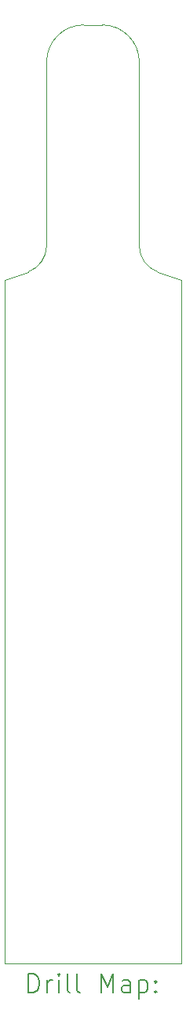
<source format=gbr>
%TF.GenerationSoftware,KiCad,Pcbnew,7.0.10*%
%TF.CreationDate,2024-03-06T15:05:56+01:00*%
%TF.ProjectId,microscope,6d696372-6f73-4636-9f70-652e6b696361,rev?*%
%TF.SameCoordinates,Original*%
%TF.FileFunction,Drillmap*%
%TF.FilePolarity,Positive*%
%FSLAX45Y45*%
G04 Gerber Fmt 4.5, Leading zero omitted, Abs format (unit mm)*
G04 Created by KiCad (PCBNEW 7.0.10) date 2024-03-06 15:05:56*
%MOMM*%
%LPD*%
G01*
G04 APERTURE LIST*
%ADD10C,0.100000*%
%ADD11C,0.200000*%
G04 APERTURE END LIST*
D10*
X9050000Y-15000000D02*
X9050000Y-7650000D01*
X9900000Y-4900000D02*
X10100000Y-4900000D01*
X9050000Y-7650000D02*
X9302606Y-7558060D01*
X9900000Y-4900000D02*
G75*
G03*
X9500000Y-5300000I0J-400000D01*
G01*
X10500000Y-7276150D02*
G75*
G03*
X10697394Y-7558058I300000J0D01*
G01*
X10950000Y-15000000D02*
X9050000Y-15000000D01*
X9302606Y-7558058D02*
G75*
G03*
X9500000Y-7276150I-102606J281908D01*
G01*
X10500000Y-7276150D02*
X10500000Y-5300000D01*
X10950000Y-7650000D02*
X10697394Y-7558060D01*
X10500000Y-5300000D02*
G75*
G03*
X10100000Y-4900000I-400000J0D01*
G01*
X10950000Y-15000000D02*
X10950000Y-7650000D01*
X9500000Y-7276150D02*
X9500000Y-5300000D01*
D11*
X9305777Y-15316484D02*
X9305777Y-15116484D01*
X9305777Y-15116484D02*
X9353396Y-15116484D01*
X9353396Y-15116484D02*
X9381967Y-15126008D01*
X9381967Y-15126008D02*
X9401015Y-15145055D01*
X9401015Y-15145055D02*
X9410539Y-15164103D01*
X9410539Y-15164103D02*
X9420063Y-15202198D01*
X9420063Y-15202198D02*
X9420063Y-15230769D01*
X9420063Y-15230769D02*
X9410539Y-15268865D01*
X9410539Y-15268865D02*
X9401015Y-15287912D01*
X9401015Y-15287912D02*
X9381967Y-15306960D01*
X9381967Y-15306960D02*
X9353396Y-15316484D01*
X9353396Y-15316484D02*
X9305777Y-15316484D01*
X9505777Y-15316484D02*
X9505777Y-15183150D01*
X9505777Y-15221246D02*
X9515301Y-15202198D01*
X9515301Y-15202198D02*
X9524824Y-15192674D01*
X9524824Y-15192674D02*
X9543872Y-15183150D01*
X9543872Y-15183150D02*
X9562920Y-15183150D01*
X9629586Y-15316484D02*
X9629586Y-15183150D01*
X9629586Y-15116484D02*
X9620063Y-15126008D01*
X9620063Y-15126008D02*
X9629586Y-15135531D01*
X9629586Y-15135531D02*
X9639110Y-15126008D01*
X9639110Y-15126008D02*
X9629586Y-15116484D01*
X9629586Y-15116484D02*
X9629586Y-15135531D01*
X9753396Y-15316484D02*
X9734348Y-15306960D01*
X9734348Y-15306960D02*
X9724824Y-15287912D01*
X9724824Y-15287912D02*
X9724824Y-15116484D01*
X9858158Y-15316484D02*
X9839110Y-15306960D01*
X9839110Y-15306960D02*
X9829586Y-15287912D01*
X9829586Y-15287912D02*
X9829586Y-15116484D01*
X10086729Y-15316484D02*
X10086729Y-15116484D01*
X10086729Y-15116484D02*
X10153396Y-15259341D01*
X10153396Y-15259341D02*
X10220063Y-15116484D01*
X10220063Y-15116484D02*
X10220063Y-15316484D01*
X10401015Y-15316484D02*
X10401015Y-15211722D01*
X10401015Y-15211722D02*
X10391491Y-15192674D01*
X10391491Y-15192674D02*
X10372444Y-15183150D01*
X10372444Y-15183150D02*
X10334348Y-15183150D01*
X10334348Y-15183150D02*
X10315301Y-15192674D01*
X10401015Y-15306960D02*
X10381967Y-15316484D01*
X10381967Y-15316484D02*
X10334348Y-15316484D01*
X10334348Y-15316484D02*
X10315301Y-15306960D01*
X10315301Y-15306960D02*
X10305777Y-15287912D01*
X10305777Y-15287912D02*
X10305777Y-15268865D01*
X10305777Y-15268865D02*
X10315301Y-15249817D01*
X10315301Y-15249817D02*
X10334348Y-15240293D01*
X10334348Y-15240293D02*
X10381967Y-15240293D01*
X10381967Y-15240293D02*
X10401015Y-15230769D01*
X10496253Y-15183150D02*
X10496253Y-15383150D01*
X10496253Y-15192674D02*
X10515301Y-15183150D01*
X10515301Y-15183150D02*
X10553396Y-15183150D01*
X10553396Y-15183150D02*
X10572444Y-15192674D01*
X10572444Y-15192674D02*
X10581967Y-15202198D01*
X10581967Y-15202198D02*
X10591491Y-15221246D01*
X10591491Y-15221246D02*
X10591491Y-15278388D01*
X10591491Y-15278388D02*
X10581967Y-15297436D01*
X10581967Y-15297436D02*
X10572444Y-15306960D01*
X10572444Y-15306960D02*
X10553396Y-15316484D01*
X10553396Y-15316484D02*
X10515301Y-15316484D01*
X10515301Y-15316484D02*
X10496253Y-15306960D01*
X10677205Y-15297436D02*
X10686729Y-15306960D01*
X10686729Y-15306960D02*
X10677205Y-15316484D01*
X10677205Y-15316484D02*
X10667682Y-15306960D01*
X10667682Y-15306960D02*
X10677205Y-15297436D01*
X10677205Y-15297436D02*
X10677205Y-15316484D01*
X10677205Y-15192674D02*
X10686729Y-15202198D01*
X10686729Y-15202198D02*
X10677205Y-15211722D01*
X10677205Y-15211722D02*
X10667682Y-15202198D01*
X10667682Y-15202198D02*
X10677205Y-15192674D01*
X10677205Y-15192674D02*
X10677205Y-15211722D01*
M02*

</source>
